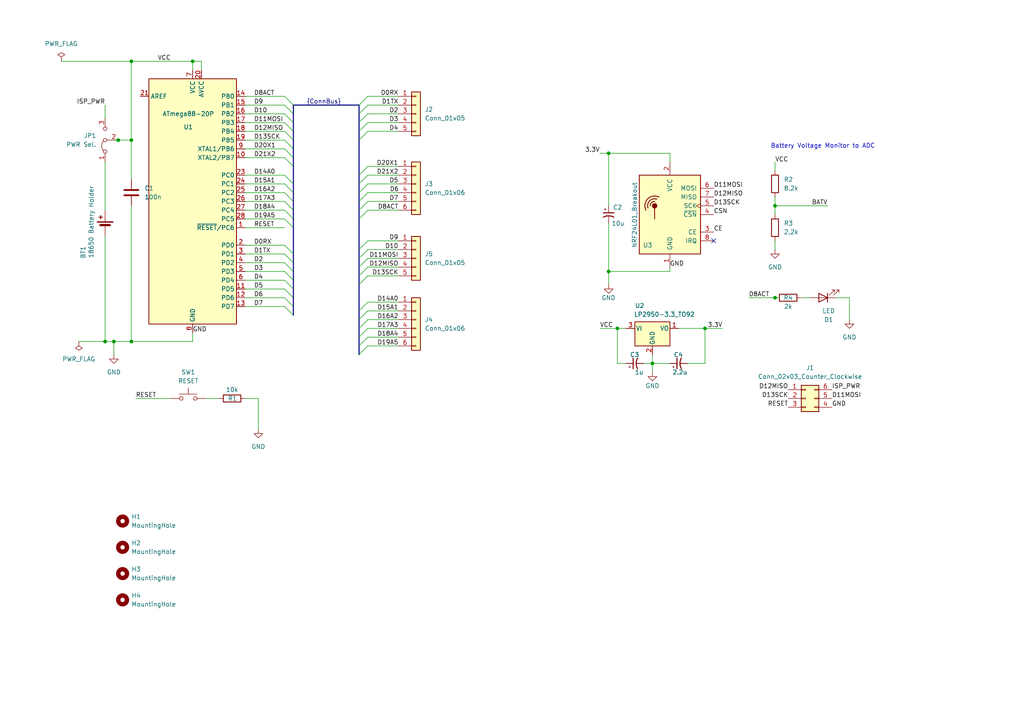
<source format=kicad_sch>
(kicad_sch (version 20230121) (generator eeschema)
  (paper "A4")
  (lib_symbols
    (symbol "Connector_Generic:Conn_01x05" (pin_names (offset 1.016) hide)
      (property "Reference" "J" (at 0 7.62 0))
      (property "Value" "Conn_01x05" (at 0 -7.62 0))
      (symbol "Conn_01x05_1_1"
        (rectangle (start -1.27 -4.953) (end 0 -5.207) (stroke (width 0.1524)))
        (rectangle (start -1.27 -2.413) (end 0 -2.667) (stroke (width 0.1524)))
        (rectangle (start -1.27 0.127) (end 0 -0.127) (stroke (width 0.1524)))
        (rectangle (start -1.27 2.667) (end 0 2.413) (stroke (width 0.1524)))
        (rectangle (start -1.27 5.207) (end 0 4.953) (stroke (width 0.1524)))
        (rectangle (start -1.27 6.35) (end 1.27 -6.35) (stroke (width 0.254)) (fill (type background)))
        (pin passive line (at -5.08 5.08 0) (length 3.81) (name "Pin_1") (number "1"))
        (pin passive line (at -5.08 2.54 0) (length 3.81) (name "Pin_2") (number "2"))
        (pin passive line (at -5.08 0 0) (length 3.81) (name "Pin_3") (number "3"))
        (pin passive line (at -5.08 -2.54 0) (length 3.81) (name "Pin_4") (number "4"))
        (pin passive line (at -5.08 -5.08 0) (length 3.81) (name "Pin_5") (number "5"))
      )
    )
    (symbol "Connector_Generic:Conn_01x06" (pin_names (offset 1.016) hide)
      (property "Reference" "J" (at 0 7.62 0))
      (property "Value" "Conn_01x06" (at 0 -10.16 0))
      (symbol "Conn_01x06_1_1"
        (rectangle (start -1.27 -7.493) (end 0 -7.747) (stroke (width 0.1524)))
        (rectangle (start -1.27 -4.953) (end 0 -5.207) (stroke (width 0.1524)))
        (rectangle (start -1.27 -2.413) (end 0 -2.667) (stroke (width 0.1524)))
        (rectangle (start -1.27 0.127) (end 0 -0.127) (stroke (width 0.1524)))
        (rectangle (start -1.27 2.667) (end 0 2.413) (stroke (width 0.1524)))
        (rectangle (start -1.27 5.207) (end 0 4.953) (stroke (width 0.1524)))
        (rectangle (start -1.27 6.35) (end 1.27 -8.89) (stroke (width 0.254)) (fill (type background)))
        (pin passive line (at -5.08 5.08 0) (length 3.81) (name "Pin_1") (number "1"))
        (pin passive line (at -5.08 2.54 0) (length 3.81) (name "Pin_2") (number "2"))
        (pin passive line (at -5.08 0 0) (length 3.81) (name "Pin_3") (number "3"))
        (pin passive line (at -5.08 -2.54 0) (length 3.81) (name "Pin_4") (number "4"))
        (pin passive line (at -5.08 -5.08 0) (length 3.81) (name "Pin_5") (number "5"))
        (pin passive line (at -5.08 -7.62 0) (length 3.81) (name "Pin_6") (number "6"))
      )
    )
    (symbol "Connector_Generic:Conn_02x03_Counter_Clockwise" (pin_names (offset 1.016) hide)
      (property "Reference" "J" (at 1.27 5.08 0))
      (property "Value" "Conn_02x03_Counter_Clockwise" (at 1.27 -5.08 0))
      (symbol "Conn_02x03_Counter_Clockwise_1_1"
        (rectangle (start -1.27 -2.413) (end 0 -2.667) (stroke (width 0.1524)))
        (rectangle (start -1.27 0.127) (end 0 -0.127) (stroke (width 0.1524)))
        (rectangle (start -1.27 2.667) (end 0 2.413) (stroke (width 0.1524)))
        (rectangle (start -1.27 3.81) (end 3.81 -3.81) (stroke (width 0.254)) (fill (type background)))
        (rectangle (start 3.81 -2.413) (end 2.54 -2.667) (stroke (width 0.1524)))
        (rectangle (start 3.81 0.127) (end 2.54 -0.127) (stroke (width 0.1524)))
        (rectangle (start 3.81 2.667) (end 2.54 2.413) (stroke (width 0.1524)))
        (pin passive line (at -5.08 2.54 0) (length 3.81) (name "Pin_1") (number "1"))
        (pin passive line (at -5.08 0 0) (length 3.81) (name "Pin_2") (number "2"))
        (pin passive line (at -5.08 -2.54 0) (length 3.81) (name "Pin_3") (number "3"))
        (pin passive line (at 7.62 -2.54 180) (length 3.81) (name "Pin_4") (number "4"))
        (pin passive line (at 7.62 0 180) (length 3.81) (name "Pin_5") (number "5"))
        (pin passive line (at 7.62 2.54 180) (length 3.81) (name "Pin_6") (number "6"))
      )
    )
    (symbol "Device:Battery_Cell" (pin_numbers hide) (pin_names (offset 0) hide)
      (property "Reference" "BT" (at 2.54 2.54 0))
      (property "Value" "Battery_Cell" (at 2.54 0 0))
      (symbol "Battery_Cell_0_1"
        (rectangle (start -2.286 1.778) (end 2.286 1.524) (fill (type outline)))
        (rectangle (start -1.524 1.016) (end 1.524 0.508) (fill (type outline)))
        (polyline (pts (xy 0 0.762) (xy 0 0)))
        (polyline (pts (xy 0 1.778) (xy 0 2.54)))
        (polyline (pts (xy 0.762 3.048) (xy 1.778 3.048)) (stroke (width 0.254)))
        (polyline (pts (xy 1.27 3.556) (xy 1.27 2.54)) (stroke (width 0.254)))
      )
      (symbol "Battery_Cell_1_1"
        (pin passive line (at 0 5.08 270) (length 2.54) (name "+") (number "1"))
        (pin passive line (at 0 -2.54 90) (length 2.54) (name "-") (number "2"))
      )
    )
    (symbol "Device:C" (pin_numbers hide) (pin_names (offset 0.254))
      (property "Reference" "C" (at 0.635 2.54 0))
      (property "Value" "C" (at 0.635 -2.54 0))
      (symbol "C_0_1"
        (polyline (pts (xy -2.032 -0.762) (xy 2.032 -0.762)) (stroke (width 0.508)))
        (polyline (pts (xy -2.032 0.762) (xy 2.032 0.762)) (stroke (width 0.508)))
      )
      (symbol "C_1_1"
        (pin passive line (at 0 3.81 270) (length 2.794) (name "~") (number "1"))
        (pin passive line (at 0 -3.81 90) (length 2.794) (name "~") (number "2"))
      )
    )
    (symbol "Device:C_Polarized_Small_US" (pin_numbers hide) (pin_names (offset 0.254) hide)
      (property "Reference" "C" (at 0.254 1.778 0))
      (property "Value" "C_Polarized_Small_US" (at 0.254 -2.032 0))
      (symbol "C_Polarized_Small_US_0_1"
        (polyline (pts (xy -1.524 0.508) (xy 1.524 0.508)) (stroke (width 0.3048)))
        (polyline (pts (xy -1.27 1.524) (xy -0.762 1.524)))
        (polyline (pts (xy -1.016 1.27) (xy -1.016 1.778)))
        (arc (start 1.524 -0.762) (mid 0 -0.3734) (end -1.524 -0.762) (stroke (width 0.3048)))
      )
      (symbol "C_Polarized_Small_US_1_1"
        (pin passive line (at 0 2.54 270) (length 2.032) (name "~") (number "1"))
        (pin passive line (at 0 -2.54 90) (length 2.032) (name "~") (number "2"))
      )
    )
    (symbol "Device:LED" (pin_numbers hide) (pin_names (offset 1.016) hide)
      (property "Reference" "D" (at 0 2.54 0))
      (property "Value" "LED" (at 0 -2.54 0))
      (symbol "LED_0_1"
        (polyline (pts (xy -1.27 -1.27) (xy -1.27 1.27)) (stroke (width 0.254)))
        (polyline (pts (xy -1.27 0) (xy 1.27 0)))
        (polyline (pts (xy 1.27 -1.27) (xy 1.27 1.27) (xy -1.27 0) (xy 1.27 -1.27)) (stroke (width 0.254)))
        (polyline (pts (xy -3.048 -0.762) (xy -4.572 -2.286) (xy -3.81 -2.286) (xy -4.572 -2.286) (xy -4.572 -1.524)))
        (polyline (pts (xy -1.778 -0.762) (xy -3.302 -2.286) (xy -2.54 -2.286) (xy -3.302 -2.286) (xy -3.302 -1.524)))
      )
      (symbol "LED_1_1"
        (pin passive line (at -3.81 0 0) (length 2.54) (name "K") (number "1"))
        (pin passive line (at 3.81 0 180) (length 2.54) (name "A") (number "2"))
      )
    )
    (symbol "Device:R" (pin_numbers hide) (pin_names (offset 0))
      (property "Reference" "R" (at 2.032 0 90))
      (property "Value" "R" (at 0 0 90))
      (symbol "R_0_1"
        (rectangle (start -1.016 -2.54) (end 1.016 2.54) (stroke (width 0.254)))
      )
      (symbol "R_1_1"
        (pin passive line (at 0 3.81 270) (length 1.27) (name "~") (number "1"))
        (pin passive line (at 0 -3.81 90) (length 1.27) (name "~") (number "2"))
      )
    )
    (symbol "Jumper:Jumper_3_Bridged12" (pin_names (offset 0) hide)
      (property "Reference" "JP" (at -2.54 -2.54 0))
      (property "Value" "Jumper_3_Bridged12" (at 0 2.794 0))
      (symbol "Jumper_3_Bridged12_0_0"
        (circle (center -3.302 0) (radius 0.508))
        (circle (center 0 0) (radius 0.508))
        (circle (center 3.302 0) (radius 0.508))
      )
      (symbol "Jumper_3_Bridged12_0_1"
        (arc (start -0.254 0.508) (mid -1.651 0.9912) (end -3.048 0.508))
        (polyline (pts (xy 0 -1.27) (xy 0 -0.508)))
      )
      (symbol "Jumper_3_Bridged12_1_1"
        (pin passive line (at -6.35 0 0) (length 2.54) (name "A") (number "1"))
        (pin passive line (at 0 -3.81 90) (length 2.54) (name "C") (number "2"))
        (pin passive line (at 6.35 0 180) (length 2.54) (name "B") (number "3"))
      )
    )
    (symbol "MCU_Microchip_ATmega:ATmega88-20P"
      (property "Reference" "U" (at -12.7 36.83 0))
      (property "Value" "ATmega88-20P" (at 2.54 -36.83 0))
      (symbol "ATmega88-20P_0_1"
        (rectangle (start -12.7 -35.56) (end 12.7 35.56) (stroke (width 0.254)) (fill (type background)))
      )
      (symbol "ATmega88-20P_1_1"
        (pin bidirectional line (at 15.24 -7.62 180) (length 2.54) (name "~{RESET}/PC6") (number "1"))
        (pin bidirectional line (at 15.24 12.7 180) (length 2.54) (name "XTAL2/PB7") (number "10"))
        (pin bidirectional line (at 15.24 -25.4 180) (length 2.54) (name "PD5") (number "11"))
        (pin bidirectional line (at 15.24 -27.94 180) (length 2.54) (name "PD6") (number "12"))
        (pin bidirectional line (at 15.24 -30.48 180) (length 2.54) (name "PD7") (number "13"))
        (pin bidirectional line (at 15.24 30.48 180) (length 2.54) (name "PB0") (number "14"))
        (pin bidirectional line (at 15.24 27.94 180) (length 2.54) (name "PB1") (number "15"))
        (pin bidirectional line (at 15.24 25.4 180) (length 2.54) (name "PB2") (number "16"))
        (pin bidirectional line (at 15.24 22.86 180) (length 2.54) (name "PB3") (number "17"))
        (pin bidirectional line (at 15.24 20.32 180) (length 2.54) (name "PB4") (number "18"))
        (pin bidirectional line (at 15.24 17.78 180) (length 2.54) (name "PB5") (number "19"))
        (pin bidirectional line (at 15.24 -12.7 180) (length 2.54) (name "PD0") (number "2"))
        (pin power_in line (at 2.54 38.1 270) (length 2.54) (name "AVCC") (number "20"))
        (pin passive line (at -15.24 30.48 0) (length 2.54) (name "AREF") (number "21"))
        (pin passive line (at 0 -38.1 90) (length 2.54) hide (name "GND") (number "22"))
        (pin bidirectional line (at 15.24 7.62 180) (length 2.54) (name "PC0") (number "23"))
        (pin bidirectional line (at 15.24 5.08 180) (length 2.54) (name "PC1") (number "24"))
        (pin bidirectional line (at 15.24 2.54 180) (length 2.54) (name "PC2") (number "25"))
        (pin bidirectional line (at 15.24 0 180) (length 2.54) (name "PC3") (number "26"))
        (pin bidirectional line (at 15.24 -2.54 180) (length 2.54) (name "PC4") (number "27"))
        (pin bidirectional line (at 15.24 -5.08 180) (length 2.54) (name "PC5") (number "28"))
        (pin bidirectional line (at 15.24 -15.24 180) (length 2.54) (name "PD1") (number "3"))
        (pin bidirectional line (at 15.24 -17.78 180) (length 2.54) (name "PD2") (number "4"))
        (pin bidirectional line (at 15.24 -20.32 180) (length 2.54) (name "PD3") (number "5"))
        (pin bidirectional line (at 15.24 -22.86 180) (length 2.54) (name "PD4") (number "6"))
        (pin power_in line (at 0 38.1 270) (length 2.54) (name "VCC") (number "7"))
        (pin power_in line (at 0 -38.1 90) (length 2.54) (name "GND") (number "8"))
        (pin bidirectional line (at 15.24 15.24 180) (length 2.54) (name "XTAL1/PB6") (number "9"))
      )
    )
    (symbol "Mechanical:MountingHole" (pin_names (offset 1.016))
      (property "Reference" "H" (at 0 5.08 0))
      (property "Value" "MountingHole" (at 0 3.175 0))
      (symbol "MountingHole_0_1"
        (circle (center 0 0) (radius 1.27) (stroke (width 1.27)))
      )
    )
    (symbol "RF:NRF24L01_Breakout" (pin_names (offset 1.016))
      (property "Reference" "U" (at -8.89 12.7 0))
      (property "Value" "NRF24L01_Breakout" (at 3.81 12.7 0))
      (symbol "NRF24L01_Breakout_0_1"
        (rectangle (start -8.89 11.43) (end 8.89 -11.43) (stroke (width 0.254)) (fill (type background)))
        (polyline (pts (xy 4.445 1.905) (xy 4.445 -1.27)) (stroke (width 0.254)))
        (circle (center 4.445 2.54) (radius 0.635) (stroke (width 0.254)) (fill (type outline)))
        (arc (start 5.715 2.54) (mid 5.3521 3.4546) (end 4.445 3.81) (stroke (width 0.254)))
        (arc (start 6.35 1.905) (mid 5.8763 3.9854) (end 3.81 4.445) (stroke (width 0.254)))
        (arc (start 6.985 1.27) (mid 6.453 4.548) (end 3.175 5.08) (stroke (width 0.254)))
      )
      (symbol "NRF24L01_Breakout_1_1"
        (pin power_in line (at 0 -15.24 90) (length 3.81) (name "GND") (number "1"))
        (pin power_in line (at 0 15.24 270) (length 3.81) (name "VCC") (number "2"))
        (pin input line (at -12.7 -5.08 0) (length 3.81) (name "CE") (number "3"))
        (pin input line (at -12.7 0 0) (length 3.81) (name "~{CSN}") (number "4"))
        (pin input clock (at -12.7 2.54 0) (length 3.81) (name "SCK") (number "5"))
        (pin input line (at -12.7 7.62 0) (length 3.81) (name "MOSI") (number "6"))
        (pin output line (at -12.7 5.08 0) (length 3.81) (name "MISO") (number "7"))
        (pin output line (at -12.7 -7.62 0) (length 3.81) (name "IRQ") (number "8"))
      )
    )
    (symbol "Regulator_Linear:LP2950-3.3_TO92" (pin_names (offset 0.254))
      (property "Reference" "U" (at -3.81 3.175 0))
      (property "Value" "LP2950-3.3_TO92" (at 0 3.175 0))
      (symbol "LP2950-3.3_TO92_0_1"
        (rectangle (start -5.08 -5.08) (end 5.08 1.905) (stroke (width 0.254)) (fill (type background)))
      )
      (symbol "LP2950-3.3_TO92_1_1"
        (pin power_out line (at 7.62 0 180) (length 2.54) (name "VO") (number "1"))
        (pin power_in line (at 0 -7.62 90) (length 2.54) (name "GND") (number "2"))
        (pin power_in line (at -7.62 0 0) (length 2.54) (name "VI") (number "3"))
      )
    )
    (symbol "Switch:SW_Push" (pin_numbers hide) (pin_names (offset 1.016) hide)
      (property "Reference" "SW" (at 1.27 2.54 0))
      (property "Value" "SW_Push" (at 0 -1.524 0))
      (symbol "SW_Push_0_1"
        (circle (center -2.032 0) (radius 0.508))
        (polyline (pts (xy 0 1.27) (xy 0 3.048)))
        (polyline (pts (xy 2.54 1.27) (xy -2.54 1.27)))
        (circle (center 2.032 0) (radius 0.508))
        (pin passive line (at -5.08 0 0) (length 2.54) (name "1") (number "1"))
        (pin passive line (at 5.08 0 180) (length 2.54) (name "2") (number "2"))
      )
    )
    (symbol "power:GND" (power) (pin_names (offset 0))
      (property "Value" "GND" (at 0 -3.81 0))
      (symbol "GND_0_1"
        (polyline (pts (xy 0 0) (xy 0 -1.27) (xy 1.27 -1.27) (xy 0 -2.54) (xy -1.27 -1.27) (xy 0 -1.27)))
      )
      (symbol "GND_1_1"
        (pin power_in line (at 0 0 270) (length 0) hide (name "GND") (number "1"))
      )
    )
    (symbol "power:PWR_FLAG" (power) (pin_numbers hide) (pin_names (offset 0) hide)
      (property "Value" "PWR_FLAG" (at 0 3.81 0))
      (symbol "PWR_FLAG_0_0"
        (pin power_out line (at 0 0 90) (length 0) (name "pwr") (number "1"))
      )
      (symbol "PWR_FLAG_0_1"
        (polyline (pts (xy 0 0) (xy 0 1.27) (xy -1.016 1.905) (xy 0 2.54) (xy 1.016 1.905) (xy 0 1.27)))
      )
    )
  )
  (bus_alias "ConnBus" (members "D8ACT" "D9" "D10" "D11MOSI" "D12MISO" "D13SCK" "D20X1" "D21X2" "D14A0" "D15A1" "D16A2" "D17A3" "D18A4" "D19A5" "D0RX" "D1TX" "D[2..7]" "D3" "" "" "" "" ""))
  (junction (at 38.1 40.64))
  (junction (at 224.79 59.69))
  (junction (at 176.53 78.74))
  (junction (at 204.47 95.25))
  (junction (at 38.1 99.06))
  (junction (at 38.1 17.78))
  (junction (at 33.02 99.06))
  (junction (at 189.23 105.41))
  (junction (at 176.53 44.45))
  (junction (at 34.29 40.64))
  (junction (at 224.79 86.36))
  (junction (at 30.48 99.06))
  (junction (at 55.88 17.78))
  (junction (at 179.07 95.25))
  (no_connect (at 207.01 69.85))
  (bus_entry (at 82.55 45.72) (size 2.54 2.54))
  (bus_entry (at 82.55 33.02) (size 2.54 2.54))
  (bus_entry (at 82.55 53.34) (size 2.54 2.54))
  (bus_entry (at 106.68 80.01) (size -2.54 2.54))
  (bus_entry (at 106.68 60.96) (size -2.54 2.54))
  (bus_entry (at 106.68 48.26) (size -2.54 2.54))
  (bus_entry (at 82.55 30.48) (size 2.54 2.54))
  (bus_entry (at 82.55 50.8) (size 2.54 2.54))
  (bus_entry (at 106.68 97.79) (size -2.54 2.54))
  (bus_entry (at 106.68 69.85) (size -2.54 2.54))
  (bus_entry (at 106.68 95.25) (size -2.54 2.54))
  (bus_entry (at 106.68 35.56) (size -2.54 2.54))
  (bus_entry (at 82.55 73.66) (size 2.54 2.54))
  (bus_entry (at 82.55 63.5) (size 2.54 2.54))
  (bus_entry (at 82.55 27.94) (size 2.54 2.54))
  (bus_entry (at 82.55 58.42) (size 2.54 2.54))
  (bus_entry (at 82.55 43.18) (size 2.54 2.54))
  (bus_entry (at 106.68 33.02) (size -2.54 2.54))
  (bus_entry (at 82.55 60.96) (size 2.54 2.54))
  (bus_entry (at 106.68 74.93) (size -2.54 2.54))
  (bus_entry (at 106.68 30.48) (size -2.54 2.54))
  (bus_entry (at 106.68 90.17) (size -2.54 2.54))
  (bus_entry (at 106.68 100.33) (size -2.54 2.54))
  (bus_entry (at 82.55 71.12) (size 2.54 2.54))
  (bus_entry (at 82.55 40.64) (size 2.54 2.54))
  (bus_entry (at 82.55 38.1) (size 2.54 2.54))
  (bus_entry (at 106.68 58.42) (size -2.54 2.54))
  (bus_entry (at 82.55 76.2) (size 2.54 2.54))
  (bus_entry (at 82.55 35.56) (size 2.54 2.54))
  (bus_entry (at 82.55 88.9) (size 2.54 2.54))
  (bus_entry (at 82.55 81.28) (size 2.54 2.54))
  (bus_entry (at 106.68 55.88) (size -2.54 2.54))
  (bus_entry (at 106.68 92.71) (size -2.54 2.54))
  (bus_entry (at 106.68 72.39) (size -2.54 2.54))
  (bus_entry (at 82.55 55.88) (size 2.54 2.54))
  (bus_entry (at 106.68 27.94) (size -2.54 2.54))
  (bus_entry (at 106.68 38.1) (size -2.54 2.54))
  (bus_entry (at 106.68 77.47) (size -2.54 2.54))
  (bus_entry (at 82.55 78.74) (size 2.54 2.54))
  (bus_entry (at 106.68 87.63) (size -2.54 2.54))
  (bus_entry (at 106.68 53.34) (size -2.54 2.54))
  (bus_entry (at 82.55 86.36) (size 2.54 2.54))
  (bus_entry (at 106.68 50.8) (size -2.54 2.54))
  (bus_entry (at 82.55 83.82) (size 2.54 2.54))
  (wire (pts (xy 17.78 17.78) (xy 38.1 17.78)))
  (bus (pts (xy 104.14 55.88) (xy 104.14 58.42)))
  (wire (pts (xy 71.12 78.74) (xy 82.55 78.74)))
  (bus (pts (xy 85.09 33.02) (xy 85.09 35.56)))
  (wire (pts (xy 38.1 40.64) (xy 38.1 52.07)))
  (bus (pts (xy 104.14 90.17) (xy 104.14 92.71)))
  (wire (pts (xy 115.57 53.34) (xy 106.68 53.34)))
  (bus (pts (xy 85.09 38.1) (xy 85.09 40.64)))
  (wire (pts (xy 176.53 64.77) (xy 176.53 78.74)))
  (wire (pts (xy 30.48 46.99) (xy 30.48 60.96)))
  (wire (pts (xy 186.69 105.41) (xy 189.23 105.41)))
  (wire (pts (xy 71.12 33.02) (xy 82.55 33.02)))
  (wire (pts (xy 199.39 105.41) (xy 204.47 105.41)))
  (wire (pts (xy 71.12 60.96) (xy 82.55 60.96)))
  (bus (pts (xy 104.14 50.8) (xy 104.14 53.34)))
  (wire (pts (xy 71.12 43.18) (xy 82.55 43.18)))
  (wire (pts (xy 71.12 45.72) (xy 82.55 45.72)))
  (wire (pts (xy 106.68 100.33) (xy 115.57 100.33)))
  (bus (pts (xy 85.09 63.5) (xy 85.09 66.04)))
  (bus (pts (xy 104.14 92.71) (xy 104.14 95.25)))
  (wire (pts (xy 71.12 81.28) (xy 82.55 81.28)))
  (wire (pts (xy 176.53 78.74) (xy 176.53 82.55)))
  (bus (pts (xy 85.09 81.28) (xy 85.09 83.82)))
  (bus (pts (xy 85.09 53.34) (xy 85.09 55.88)))
  (wire (pts (xy 33.02 99.06) (xy 38.1 99.06)))
  (wire (pts (xy 189.23 105.41) (xy 194.31 105.41)))
  (wire (pts (xy 33.02 99.06) (xy 33.02 102.87)))
  (wire (pts (xy 71.12 115.57) (xy 74.93 115.57)))
  (wire (pts (xy 115.57 50.8) (xy 106.68 50.8)))
  (wire (pts (xy 71.12 71.12) (xy 82.55 71.12)))
  (bus (pts (xy 85.09 60.96) (xy 85.09 63.5)))
  (wire (pts (xy 217.17 86.36) (xy 224.79 86.36)))
  (bus (pts (xy 85.09 45.72) (xy 85.09 48.26)))
  (wire (pts (xy 59.69 115.57) (xy 63.5 115.57)))
  (bus (pts (xy 85.09 30.48) (xy 85.09 33.02)))
  (wire (pts (xy 176.53 44.45) (xy 176.53 59.69)))
  (bus (pts (xy 85.09 83.82) (xy 85.09 86.36)))
  (bus (pts (xy 104.14 58.42) (xy 104.14 60.96)))
  (wire (pts (xy 71.12 50.8) (xy 82.55 50.8)))
  (wire (pts (xy 176.53 44.45) (xy 194.31 44.45)))
  (bus (pts (xy 85.09 55.88) (xy 85.09 58.42)))
  (bus (pts (xy 85.09 78.74) (xy 85.09 81.28)))
  (wire (pts (xy 224.79 86.36) (xy 226.06 86.36)))
  (bus (pts (xy 85.09 86.36) (xy 85.09 88.9)))
  (wire (pts (xy 173.99 95.25) (xy 179.07 95.25)))
  (wire (pts (xy 39.37 115.57) (xy 49.53 115.57)))
  (wire (pts (xy 115.57 95.25) (xy 106.68 95.25)))
  (wire (pts (xy 71.12 35.56) (xy 82.55 35.56)))
  (bus (pts (xy 104.14 33.02) (xy 104.14 35.56)))
  (wire (pts (xy 38.1 17.78) (xy 55.88 17.78)))
  (bus (pts (xy 104.14 40.64) (xy 104.14 50.8)))
  (bus (pts (xy 104.14 97.79) (xy 104.14 100.33)))
  (wire (pts (xy 189.23 107.95) (xy 189.23 105.41)))
  (wire (pts (xy 176.53 78.74) (xy 194.31 78.74)))
  (bus (pts (xy 85.09 66.04) (xy 85.09 73.66)))
  (wire (pts (xy 196.85 95.25) (xy 204.47 95.25)))
  (wire (pts (xy 115.57 72.39) (xy 106.68 72.39)))
  (bus (pts (xy 104.14 38.1) (xy 104.14 40.64)))
  (wire (pts (xy 34.29 40.64) (xy 38.1 40.64)))
  (wire (pts (xy 115.57 74.93) (xy 106.68 74.93)))
  (wire (pts (xy 115.57 60.96) (xy 106.68 60.96)))
  (wire (pts (xy 71.12 73.66) (xy 82.55 73.66)))
  (wire (pts (xy 173.99 44.45) (xy 176.53 44.45)))
  (wire (pts (xy 115.57 27.94) (xy 106.68 27.94)))
  (wire (pts (xy 74.93 115.57) (xy 74.93 124.46)))
  (wire (pts (xy 224.79 59.69) (xy 224.79 62.23)))
  (bus (pts (xy 85.09 76.2) (xy 85.09 78.74)))
  (wire (pts (xy 55.88 96.52) (xy 55.88 99.06)))
  (wire (pts (xy 33.02 99.06) (xy 30.48 99.06)))
  (wire (pts (xy 115.57 55.88) (xy 106.68 55.88)))
  (wire (pts (xy 71.12 55.88) (xy 82.55 55.88)))
  (wire (pts (xy 55.88 17.78) (xy 55.88 20.32)))
  (bus (pts (xy 104.14 53.34) (xy 104.14 55.88)))
  (wire (pts (xy 242.57 86.36) (xy 246.38 86.36)))
  (wire (pts (xy 30.48 68.58) (xy 30.48 99.06)))
  (wire (pts (xy 115.57 97.79) (xy 106.68 97.79)))
  (wire (pts (xy 58.42 17.78) (xy 58.42 20.32)))
  (wire (pts (xy 38.1 17.78) (xy 38.1 40.64)))
  (wire (pts (xy 179.07 105.41) (xy 181.61 105.41)))
  (wire (pts (xy 115.57 35.56) (xy 106.68 35.56)))
  (wire (pts (xy 224.79 69.85) (xy 224.79 72.39)))
  (wire (pts (xy 115.57 33.02) (xy 106.68 33.02)))
  (wire (pts (xy 71.12 53.34) (xy 82.55 53.34)))
  (wire (pts (xy 115.57 92.71) (xy 106.68 92.71)))
  (wire (pts (xy 115.57 38.1) (xy 106.68 38.1)))
  (wire (pts (xy 30.48 30.48) (xy 30.48 34.29)))
  (wire (pts (xy 71.12 30.48) (xy 82.55 30.48)))
  (bus (pts (xy 104.14 60.96) (xy 104.14 63.5)))
  (wire (pts (xy 194.31 78.74) (xy 194.31 77.47)))
  (wire (pts (xy 115.57 69.85) (xy 106.68 69.85)))
  (wire (pts (xy 71.12 83.82) (xy 82.55 83.82)))
  (bus (pts (xy 104.14 30.48) (xy 104.14 33.02)))
  (bus (pts (xy 104.14 72.39) (xy 104.14 74.93)))
  (wire (pts (xy 179.07 95.25) (xy 179.07 105.41)))
  (wire (pts (xy 246.38 86.36) (xy 246.38 92.71)))
  (wire (pts (xy 71.12 76.2) (xy 82.55 76.2)))
  (wire (pts (xy 204.47 105.41) (xy 204.47 95.25)))
  (bus (pts (xy 85.09 35.56) (xy 85.09 38.1)))
  (wire (pts (xy 194.31 46.99) (xy 194.31 44.45)))
  (bus (pts (xy 104.14 100.33) (xy 104.14 102.87)))
  (wire (pts (xy 115.57 58.42) (xy 106.68 58.42)))
  (wire (pts (xy 115.57 80.01) (xy 106.68 80.01)))
  (wire (pts (xy 204.47 95.25) (xy 209.55 95.25)))
  (bus (pts (xy 85.09 88.9) (xy 85.09 91.44)))
  (wire (pts (xy 71.12 27.94) (xy 82.55 27.94)))
  (bus (pts (xy 85.09 58.42) (xy 85.09 60.96)))
  (wire (pts (xy 71.12 38.1) (xy 82.55 38.1)))
  (wire (pts (xy 232.41 86.36) (xy 234.95 86.36)))
  (wire (pts (xy 71.12 88.9) (xy 82.55 88.9)))
  (bus (pts (xy 85.09 40.64) (xy 85.09 43.18)))
  (wire (pts (xy 71.12 58.42) (xy 82.55 58.42)))
  (bus (pts (xy 104.14 63.5) (xy 104.14 72.39)))
  (wire (pts (xy 38.1 59.69) (xy 38.1 99.06)))
  (wire (pts (xy 71.12 63.5) (xy 82.55 63.5)))
  (wire (pts (xy 71.12 66.04) (xy 82.55 66.04)))
  (wire (pts (xy 115.57 30.48) (xy 106.68 30.48)))
  (wire (pts (xy 71.12 40.64) (xy 82.55 40.64)))
  (wire (pts (xy 224.79 46.99) (xy 224.79 49.53)))
  (wire (pts (xy 38.1 99.06) (xy 55.88 99.06)))
  (wire (pts (xy 179.07 95.25) (xy 181.61 95.25)))
  (bus (pts (xy 104.14 80.01) (xy 104.14 82.55)))
  (bus (pts (xy 104.14 74.93) (xy 104.14 77.47)))
  (wire (pts (xy 115.57 90.17) (xy 106.68 90.17)))
  (wire (pts (xy 115.57 48.26) (xy 106.68 48.26)))
  (wire (pts (xy 189.23 102.87) (xy 189.23 105.41)))
  (wire (pts (xy 224.79 57.15) (xy 224.79 59.69)))
  (wire (pts (xy 71.12 86.36) (xy 82.55 86.36)))
  (bus (pts (xy 85.09 30.48) (xy 104.14 30.48)))
  (wire (pts (xy 224.79 59.69) (xy 240.03 59.69)))
  (bus (pts (xy 104.14 95.25) (xy 104.14 97.79)))
  (bus (pts (xy 104.14 82.55) (xy 104.14 90.17)))
  (wire (pts (xy 58.42 17.78) (xy 55.88 17.78)))
  (bus (pts (xy 85.09 73.66) (xy 85.09 76.2)))
  (bus (pts (xy 85.09 43.18) (xy 85.09 45.72)))
  (wire (pts (xy 33.02 40.64) (xy 34.29 40.64)))
  (bus (pts (xy 85.09 48.26) (xy 85.09 53.34)))
  (wire (pts (xy 115.57 87.63) (xy 106.68 87.63)))
  (wire (pts (xy 22.86 99.06) (xy 30.48 99.06)))
  (wire (pts (xy 115.57 77.47) (xy 106.68 77.47)))
  (bus (pts (xy 104.14 35.56) (xy 104.14 38.1)))
  (bus (pts (xy 104.14 77.47) (xy 104.14 80.01)))
  (text "Battery Voltage Monitor to ADC" (at 223.52 43.18 0) (effects (font (size 1.27 1.27)) (justify left bottom)))
  (label "D11MOSI" (at 241.3 115.57 0))
  (label "{ConnBus}" (at 88.9 30.48 0))
  (label "D16A2" (at 115.57 92.71 180))
  (label "D1TX" (at 115.57 30.48 180))
  (label "3.3V" (at 209.55 95.25 180))
  (label "D0RX" (at 115.57 27.94 180))
  (label "D15A1" (at 73.66 53.34 0))
  (label "D7" (at 115.57 58.42 180))
  (label "GND" (at 194.31 77.47 0))
  (label "D21X2" (at 73.66 45.72 0))
  (label "D10" (at 115.57 72.39 180))
  (label "D0RX" (at 73.66 71.12 0))
  (label "D19A5" (at 115.57 100.33 180))
  (label "D20X1" (at 73.66 43.18 0))
  (label "GND" (at 241.3 118.11 0))
  (label "D18A4" (at 73.66 60.96 0))
  (label "3.3V" (at 173.99 44.45 180))
  (label "D2" (at 73.66 76.2 0))
  (label "D7" (at 73.66 88.9 0))
  (label "D8ACT" (at 115.57 60.96 180))
  (label "ISP_PWR" (at 30.48 30.48 180))
  (label "D12MISO" (at 228.6 113.03 180))
  (label "D11MOSI" (at 207.01 54.61 0))
  (label "D6" (at 73.66 86.36 0))
  (label "VCC" (at 173.99 95.25 0))
  (label "D2" (at 115.57 33.02 180))
  (label "D15A1" (at 115.57 90.17 180))
  (label "GND" (at 55.88 96.52 0))
  (label "D14A0" (at 115.57 87.63 180))
  (label "D19A5" (at 73.66 63.5 0))
  (label "D4" (at 115.57 38.1 180))
  (label "D8ACT" (at 73.66 27.94 0))
  (label "D18A4" (at 115.57 97.79 180))
  (label "D3" (at 73.66 78.74 0))
  (label "D1TX" (at 73.66 73.66 0))
  (label "D8ACT" (at 217.17 86.36 0))
  (label "CSN" (at 207.01 62.23 0))
  (label "D13SCK" (at 207.01 59.69 0))
  (label "D17A3" (at 73.66 58.42 0))
  (label "D17A3" (at 115.57 95.25 180))
  (label "D13SCK" (at 228.6 115.57 180))
  (label "D12MISO" (at 207.01 57.15 0))
  (label "VCC" (at 45.72 17.78 0))
  (label "D3" (at 115.57 35.56 180))
  (label "D6" (at 113.03 55.88 0))
  (label "BATV" (at 240.03 59.69 180))
  (label "VCC" (at 224.79 47.244 0))
  (label "D5" (at 73.66 83.82 0))
  (label "RESET" (at 39.37 115.57 0))
  (label "ISP_PWR" (at 241.3 113.03 0))
  (label "D14A0" (at 73.66 50.8 0))
  (label "D16A2" (at 73.66 55.88 0))
  (label "RESET" (at 228.6 118.11 180))
  (label "D10" (at 73.66 33.02 0))
  (label "D4" (at 73.66 81.28 0))
  (label "D20X1" (at 109.22 48.26 0))
  (label "D12MISO" (at 115.57 77.47 180))
  (label "D11MOSI" (at 115.57 74.93 180))
  (label "D11MOSI" (at 73.66 35.56 0))
  (label "D9" (at 115.57 69.85 180))
  (label "RESET" (at 73.66 66.04 0))
  (label "CE" (at 207.01 67.31 0))
  (label "D12MISO" (at 73.66 38.1 0))
  (label "D21X2" (at 115.57 50.8 180))
  (label "D5" (at 115.57 53.34 180))
  (label "D9" (at 73.66 30.48 0))
  (label "D13SCK" (at 115.57 80.01 180))
  (label "D13SCK" (at 73.66 40.64 0))
  (symbol (lib_id "RF:NRF24L01_Breakout") (at 194.31 62.23 0) (mirror y) (unit 1)
    (property "Reference" "U3" (at 189.23 71.12 0) (effects (justify left)))
    (property "Value" "NRF24L01_Breakout" (at 184.0701 71.9039 90) (effects (justify left)))
    (property "Footprint" "RF_Module:nRF24L01_Breakout" (effects hide))
    (property "Datasheet" "http://www.nordicsemi.com/eng/content/download/2730/34105/file/nRF24L01_Product_Specification_v2_0.pdf" (effects hide))
  )
  (symbol (lib_id "MCU_Microchip_ATmega:ATmega88-20P") (at 55.88 58.42 0) (unit 1)
    (property "Reference" "U1" (at 54.61 36.83 0))
    (property "Value" "ATmega88-20P" (at 54.61 33.02 0))
    (property "Footprint" "Package_DIP:DIP-28_W7.62mm" (effects hide))
    (property "Datasheet" "http://ww1.microchip.com/downloads/en/DeviceDoc/Atmel-2545-8-bit-AVR-Microcontroller-ATmega48-88-168_Datasheet.pdf" (effects hide))
  )
  (symbol (lib_id "power:GND") (at 224.79 72.39 0) (unit 1)
    (property "Reference" "#PWR04" (effects hide))
    (property "Value" "GND" (at 224.79 77.47 0))
  )
  (symbol (lib_id "Device:C_Polarized_Small_US") (at 184.15 105.41 90) (unit 1)
    (property "Reference" "C3" (at 185.42 102.87 90) (effects (justify left)))
    (property "Value" "1u" (at 186.69 107.95 90) (effects (justify left)))
    (property "Footprint" "Capacitor_THT:C_Disc_D3.0mm_W1.6mm_P2.50mm" (effects hide))
  )
  (symbol (lib_id "Device:C_Polarized_Small_US") (at 196.85 105.41 90) (unit 1)
    (property "Reference" "C4" (at 198.12 102.87 90) (effects (justify left)))
    (property "Value" "2.2u" (at 199.39 107.95 90) (effects (justify left)))
    (property "Footprint" "Capacitor_THT:C_Disc_D3.0mm_W1.6mm_P2.50mm" (effects hide))
  )
  (symbol (lib_id "Switch:SW_Push") (at 54.61 115.57 0) (unit 1)
    (property "Reference" "SW1" (at 54.61 107.95 0))
    (property "Value" "RESET" (at 54.61 110.49 0))
    (property "Footprint" "Button_Switch_THT:SW_PUSH_6mm" (effects hide))
  )
  (symbol (lib_id "Connector_Generic:Conn_01x05") (at 120.65 74.93 0) (unit 1)
    (property "Reference" "J5" (at 123.19 73.66 0) (effects (justify left)))
    (property "Value" "Conn_01x05" (at 123.19 76.2 0) (effects (justify left)))
    (property "Footprint" "Connector_PinSocket_2.54mm:PinSocket_1x05_P2.54mm_Vertical" (effects hide))
  )
  (symbol (lib_id "Device:C") (at 38.1 55.88 0) (unit 1)
    (property "Reference" "C1" (at 41.91 54.61 0) (effects (justify left)))
    (property "Value" "100n" (at 41.91 57.15 0) (effects (justify left)))
    (property "Footprint" "Capacitor_THT:C_Disc_D3.0mm_W1.6mm_P2.50mm" (effects hide))
  )
  (symbol (lib_id "Device:R") (at 224.79 53.34 0) (unit 1)
    (property "Reference" "R2" (at 227.33 52.07 0) (effects (justify left)))
    (property "Value" "8.2k" (at 227.33 54.61 0) (effects (justify left)))
    (property "Footprint" "Resistor_THT:R_Axial_DIN0309_L9.0mm_D3.2mm_P12.70mm_Horizontal" (effects hide))
  )
  (symbol (lib_id "Device:C_Polarized_Small_US") (at 176.53 62.23 0) (unit 1)
    (property "Reference" "C2" (at 177.7815 60.133 0) (effects (justify left)))
    (property "Value" "10u" (at 177.3784 64.8091 0) (effects (justify left)))
    (property "Footprint" "Capacitor_THT:CP_Radial_D6.3mm_P2.50mm" (effects hide))
  )
  (symbol (lib_id "Connector_Generic:Conn_02x03_Counter_Clockwise") (at 233.68 115.57 0) (unit 1)
    (property "Reference" "J1" (at 234.95 106.68 0))
    (property "Value" "Conn_02x03_Counter_Clockwise" (at 234.95 109.22 0))
    (property "Footprint" "Connector_PinHeader_2.54mm:PinHeader_2x03_P2.54mm_Vertical" (effects hide))
  )
  (symbol (lib_id "Device:R") (at 67.31 115.57 270) (unit 1)
    (property "Reference" "R1" (at 67.4251 115.5824 90))
    (property "Value" "10k" (at 67.31 113.03 90))
    (property "Footprint" "Resistor_THT:R_Axial_DIN0309_L9.0mm_D3.2mm_P12.70mm_Horizontal" (effects hide))
  )
  (symbol (lib_id "power:GND") (at 33.02 102.87 0) (unit 1)
    (property "Reference" "#PWR01" (effects hide))
    (property "Value" "GND" (at 33.02 107.95 0))
  )
  (symbol (lib_id "Device:R") (at 224.79 66.04 180) (unit 1)
    (property "Reference" "R3" (at 227.33 64.77 0) (effects (justify right)))
    (property "Value" "2.2k" (at 227.33 67.31 0) (effects (justify right)))
    (property "Footprint" "Resistor_THT:R_Axial_DIN0309_L9.0mm_D3.2mm_P12.70mm_Horizontal" (effects hide))
  )
  (symbol (lib_id "Device:R") (at 228.6 86.36 90) (unit 1)
    (property "Reference" "R4" (at 228.6 86.36 90))
    (property "Value" "2k" (at 228.6 88.9 90))
    (property "Footprint" "Resistor_THT:R_Axial_DIN0309_L9.0mm_D3.2mm_P12.70mm_Horizontal" (effects hide))
  )
  (symbol (lib_id "Connector_Generic:Conn_01x06") (at 120.65 92.71 0) (unit 1)
    (property "Reference" "J4" (at 123.19 92.71 0) (effects (justify left)))
    (property "Value" "Conn_01x06" (at 123.19 95.25 0) (effects (justify left)))
    (property "Footprint" "Connector_PinHeader_2.54mm:PinHeader_1x06_P2.54mm_Vertical" (effects hide))
  )
  (symbol (lib_id "power:PWR_FLAG") (at 22.86 99.06 180) (unit 1)
    (property "Reference" "#FLG02" (effects hide))
    (property "Value" "PWR_FLAG" (at 22.86 104.14 0))
  )
  (symbol (lib_id "Mechanical:MountingHole") (at 35.56 173.99 0) (unit 1)
    (property "Reference" "H4" (at 38.1 172.72 0) (effects (justify left)))
    (property "Value" "MountingHole" (at 38.1 175.26 0) (effects (justify left)))
    (property "Footprint" "MountingHole:MountingHole_3.5mm_Pad_Via" (effects hide))
  )
  (symbol (lib_id "power:GND") (at 246.38 92.71 0) (unit 1)
    (property "Reference" "#PWR05" (effects hide))
    (property "Value" "GND" (at 246.38 97.79 0))
  )
  (symbol (lib_id "power:PWR_FLAG") (at 17.78 17.78 0) (unit 1)
    (property "Reference" "#FLG01" (effects hide))
    (property "Value" "PWR_FLAG" (at 17.78 12.7 0))
  )
  (symbol (lib_id "Jumper:Jumper_3_Bridged12") (at 30.48 40.64 90) (unit 1)
    (property "Reference" "JP1" (at 27.94 39.37 90) (effects (justify left)))
    (property "Value" "PWR Sel." (at 27.94 41.91 90) (effects (justify left)))
    (property "Footprint" "Connector_PinHeader_2.54mm:PinHeader_1x03_P2.54mm_Vertical" (effects hide))
  )
  (symbol (lib_id "Device:Battery_Cell") (at 30.48 66.04 0) (mirror y) (unit 1)
    (property "Reference" "BT1" (at 24.1176 75.01 90) (effects (justify left)))
    (property "Value" "18650 Battery Holder" (at 26.4688 74.8885 90) (effects (justify left)))
    (property "Footprint" "Connector_JST:JST_XH_B2B-XH-AM_1x02_P2.50mm_Vertical" (effects hide))
  )
  (symbol (lib_id "power:GND") (at 176.53 82.55 0) (unit 1)
    (property "Reference" "#PWR02" (effects hide))
    (property "Value" "GND" (at 176.49 86.3814 0))
  )
  (symbol (lib_id "Connector_Generic:Conn_01x06") (at 120.65 53.34 0) (unit 1)
    (property "Reference" "J3" (at 123.19 53.34 0) (effects (justify left)))
    (property "Value" "Conn_01x06" (at 123.19 55.88 0) (effects (justify left)))
    (property "Footprint" "Connector_PinHeader_2.54mm:PinHeader_1x06_P2.54mm_Vertical" (effects hide))
  )
  (symbol (lib_id "Device:LED") (at 238.76 86.36 180) (unit 1)
    (property "Reference" "D1" (at 240.3475 92.71 0))
    (property "Value" "LED" (at 240.3475 90.17 0))
    (property "Footprint" "LED_THT:LED_D3.0mm_FlatTop" (effects hide))
  )
  (symbol (lib_id "Regulator_Linear:LP2950-3.3_TO92") (at 189.23 95.25 0) (unit 1)
    (property "Reference" "U2" (at 184.15 88.646 0) (effects (justify left)))
    (property "Value" "LP2950-3.3_TO92" (at 183.896 91.186 0) (effects (justify left)))
    (property "Footprint" "Package_TO_SOT_THT:TO-92_Inline" (effects hide))
    (property "Datasheet" "http://www.ti.com/lit/ds/symlink/lp2950.pdf" (effects hide))
  )
  (symbol (lib_id "Connector_Generic:Conn_01x05") (at 120.65 33.02 0) (unit 1)
    (property "Reference" "J2" (at 123.19 31.75 0) (effects (justify left)))
    (property "Value" "Conn_01x05" (at 123.19 34.29 0) (effects (justify left)))
    (property "Footprint" "Connector_PinSocket_2.54mm:PinSocket_1x05_P2.54mm_Vertical" (effects hide))
  )
  (symbol (lib_id "power:GND") (at 189.23 107.95 0) (unit 1)
    (property "Reference" "#PWR03" (effects hide))
    (property "Value" "GND" (at 189.2299 111.899 0))
  )
  (symbol (lib_id "Mechanical:MountingHole") (at 35.56 151.13 0) (unit 1)
    (property "Reference" "H1" (at 38.1 149.86 0) (effects (justify left)))
    (property "Value" "MountingHole" (at 38.1 152.4 0) (effects (justify left)))
    (property "Footprint" "MountingHole:MountingHole_3.5mm_Pad_Via" (effects hide))
  )
  (symbol (lib_id "Mechanical:MountingHole") (at 35.56 158.75 0) (unit 1)
    (property "Reference" "H2" (at 38.1 157.48 0) (effects (justify left)))
    (property "Value" "MountingHole" (at 38.1 160.02 0) (effects (justify left)))
    (property "Footprint" "MountingHole:MountingHole_3.5mm_Pad_Via" (effects hide))
  )
  (symbol (lib_id "Mechanical:MountingHole") (at 35.56 166.37 0) (unit 1)
    (property "Reference" "H3" (at 38.1 165.1 0) (effects (justify left)))
    (property "Value" "MountingHole" (at 38.1 167.64 0) (effects (justify left)))
    (property "Footprint" "MountingHole:MountingHole_3.5mm_Pad_Via" (effects hide))
  )
  (symbol (lib_id "power:GND") (at 74.93 124.46 0) (unit 1)
    (property "Reference" "#PWR06" (effects hide))
    (property "Value" "GND" (at 74.93 129.54 0))
  )
)
</source>
